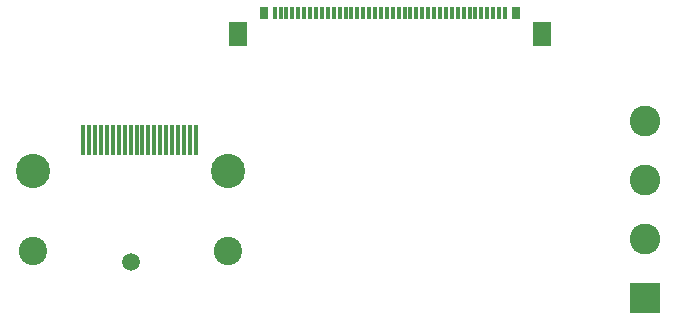
<source format=gts>
G04 #@! TF.FileFunction,Soldermask,Top*
%FSLAX46Y46*%
G04 Gerber Fmt 4.6, Leading zero omitted, Abs format (unit mm)*
G04 Created by KiCad (PCBNEW 4.0.7) date 07/29/18 14:43:16*
%MOMM*%
%LPD*%
G01*
G04 APERTURE LIST*
%ADD10C,0.100000*%
%ADD11C,2.601600*%
%ADD12R,2.601600X2.601600*%
%ADD13R,0.381600X2.501600*%
%ADD14C,2.901600*%
%ADD15C,2.401600*%
%ADD16C,1.501600*%
%ADD17R,0.351600X1.001600*%
%ADD18R,0.651600X1.001600*%
%ADD19R,1.501600X2.001600*%
G04 APERTURE END LIST*
D10*
D11*
X176530000Y-84060000D03*
X176530000Y-89060000D03*
D12*
X176530000Y-99060000D03*
D11*
X176530000Y-94060000D03*
D13*
X138500000Y-85720000D03*
X138000000Y-85720000D03*
X137500000Y-85720000D03*
X137000000Y-85720000D03*
X136500000Y-85720000D03*
X129000000Y-85720000D03*
X129500000Y-85720000D03*
X130000000Y-85720000D03*
X130500000Y-85720000D03*
X131000000Y-85720000D03*
X131500000Y-85720000D03*
X132000000Y-85720000D03*
X132500000Y-85720000D03*
X136000000Y-85720000D03*
X135500000Y-85720000D03*
X135000000Y-85720000D03*
X134500000Y-85720000D03*
X134000000Y-85720000D03*
X133500000Y-85720000D03*
D14*
X124750000Y-88320000D03*
D15*
X124750000Y-95100000D03*
D16*
X133000000Y-96000000D03*
D15*
X141250000Y-95100000D03*
D14*
X141250000Y-88320000D03*
D13*
X133000000Y-85720000D03*
D17*
X145190000Y-74930000D03*
X145690000Y-74930000D03*
X146190000Y-74930000D03*
X146690000Y-74930000D03*
X147190000Y-74930000D03*
X147690000Y-74930000D03*
X148190000Y-74930000D03*
X148690000Y-74930000D03*
X149190000Y-74930000D03*
X149690000Y-74930000D03*
X150190000Y-74930000D03*
X150690000Y-74930000D03*
X151190000Y-74930000D03*
X151690000Y-74930000D03*
X152190000Y-74930000D03*
X152690000Y-74930000D03*
X153190000Y-74930000D03*
X153690000Y-74930000D03*
X154190000Y-74930000D03*
X154690000Y-74930000D03*
X155190000Y-74930000D03*
X155690000Y-74930000D03*
X156190000Y-74930000D03*
X156690000Y-74930000D03*
X157190000Y-74930000D03*
X157690000Y-74930000D03*
X158190000Y-74930000D03*
X158690000Y-74930000D03*
X159190000Y-74930000D03*
X159690000Y-74930000D03*
X160190000Y-74930000D03*
X160690000Y-74930000D03*
X161190000Y-74930000D03*
X161690000Y-74930000D03*
X162190000Y-74930000D03*
X162690000Y-74930000D03*
X163190000Y-74930000D03*
X163690000Y-74930000D03*
X164190000Y-74930000D03*
X164690000Y-74930000D03*
D18*
X144290000Y-74930000D03*
X165590000Y-74930000D03*
D19*
X142090000Y-76750000D03*
X167790000Y-76750000D03*
M02*

</source>
